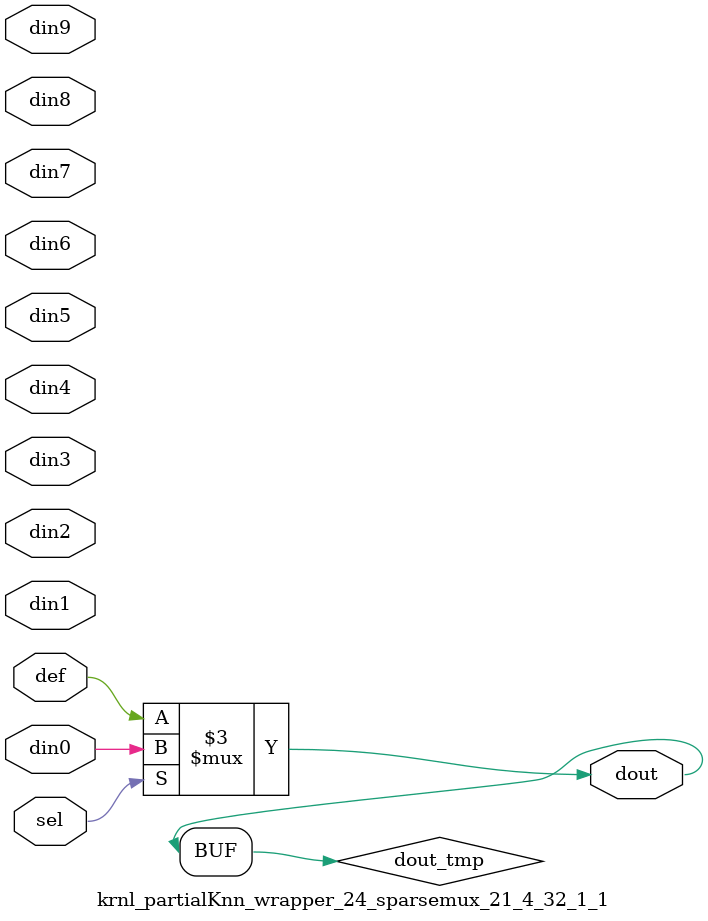
<source format=v>
`timescale 1ns / 1ps

module krnl_partialKnn_wrapper_24_sparsemux_21_4_32_1_1 (din0,din1,din2,din3,din4,din5,din6,din7,din8,din9,def,sel,dout);

parameter din0_WIDTH = 1;

parameter din1_WIDTH = 1;

parameter din2_WIDTH = 1;

parameter din3_WIDTH = 1;

parameter din4_WIDTH = 1;

parameter din5_WIDTH = 1;

parameter din6_WIDTH = 1;

parameter din7_WIDTH = 1;

parameter din8_WIDTH = 1;

parameter din9_WIDTH = 1;

parameter def_WIDTH = 1;
parameter sel_WIDTH = 1;
parameter dout_WIDTH = 1;

parameter [sel_WIDTH-1:0] CASE0 = 1;

parameter [sel_WIDTH-1:0] CASE1 = 1;

parameter [sel_WIDTH-1:0] CASE2 = 1;

parameter [sel_WIDTH-1:0] CASE3 = 1;

parameter [sel_WIDTH-1:0] CASE4 = 1;

parameter [sel_WIDTH-1:0] CASE5 = 1;

parameter [sel_WIDTH-1:0] CASE6 = 1;

parameter [sel_WIDTH-1:0] CASE7 = 1;

parameter [sel_WIDTH-1:0] CASE8 = 1;

parameter [sel_WIDTH-1:0] CASE9 = 1;

parameter ID = 1;
parameter NUM_STAGE = 1;



input [din0_WIDTH-1:0] din0;

input [din1_WIDTH-1:0] din1;

input [din2_WIDTH-1:0] din2;

input [din3_WIDTH-1:0] din3;

input [din4_WIDTH-1:0] din4;

input [din5_WIDTH-1:0] din5;

input [din6_WIDTH-1:0] din6;

input [din7_WIDTH-1:0] din7;

input [din8_WIDTH-1:0] din8;

input [din9_WIDTH-1:0] din9;

input [def_WIDTH-1:0] def;
input [sel_WIDTH-1:0] sel;

output [dout_WIDTH-1:0] dout;



reg [dout_WIDTH-1:0] dout_tmp;

always @ (*) begin
case (sel)
    
    CASE0 : dout_tmp = din0;
    
    CASE1 : dout_tmp = din1;
    
    CASE2 : dout_tmp = din2;
    
    CASE3 : dout_tmp = din3;
    
    CASE4 : dout_tmp = din4;
    
    CASE5 : dout_tmp = din5;
    
    CASE6 : dout_tmp = din6;
    
    CASE7 : dout_tmp = din7;
    
    CASE8 : dout_tmp = din8;
    
    CASE9 : dout_tmp = din9;
    
    default : dout_tmp = def;
endcase
end


assign dout = dout_tmp;



endmodule

</source>
